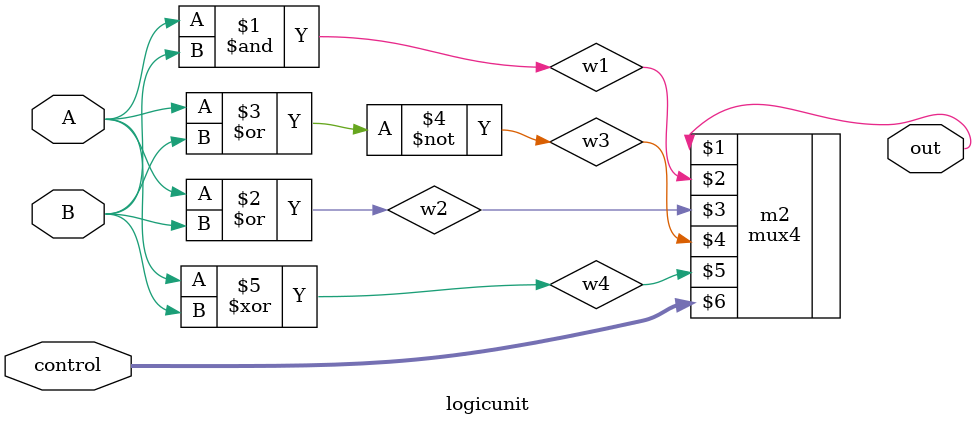
<source format=v>
module logicunit(out, A, B, control);
    output      out;
    input       A, B;
    input [1:0] control;

    wire w1, w2, w3, w4;
    and a1(w1, A, B);
    or o1(w2, A, B);
    nor n1(w3, A, B);
    xor x1(w4, A, B);
    mux4 m2(out, w1, w2, w3, w4, control);




endmodule // logicunit

</source>
